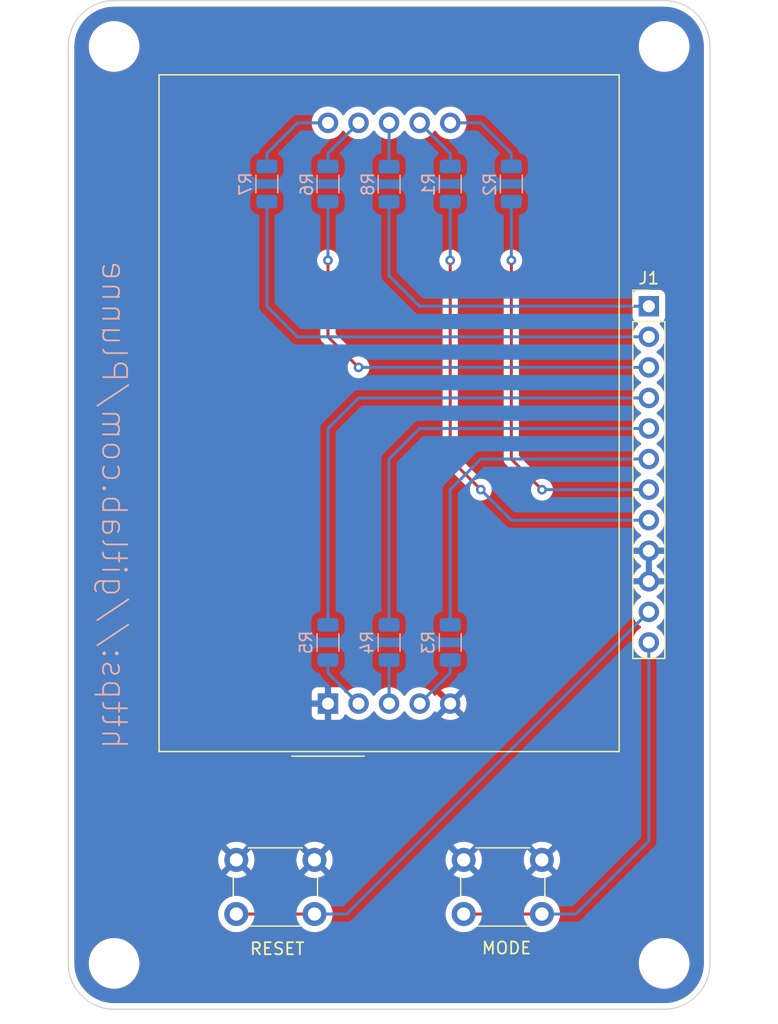
<source format=kicad_pcb>
(kicad_pcb (version 20211014) (generator pcbnew)
  (layers (0 "F.Cu" signal) (31 "B.Cu" signal) (34 "B.Paste" user) (35 "F.Paste" user) (36 "B.SilkS" user "B.Silkscreen") (37 "F.SilkS" user "F.Silkscreen") (38 "B.Mask" user) (39 "F.Mask" user) (44 "Edge.Cuts" user))
  (net 0 "")
  (net 1 "/AFF_DOT")
  (net 2 "/AFF_G")
  (net 3 "/AFF_F")
  (net 4 "/AFF_E")
  (net 5 "/AFF_D")
  (net 6 "/AFF_C")
  (net 7 "/AFF_B")
  (net 8 "/AFF_A")
  (net 9 "GND")
  (net 10 "/BOX_RST")
  (net 11 "/BOX_MODE")
  (net 12 "Net-(R1-Pad2)")
  (net 13 "Net-(R2-Pad2)")
  (net 14 "Net-(R3-Pad2)")
  (net 15 "Net-(R4-Pad2)")
  (net 16 "Net-(R5-Pad2)")
  (net 17 "Net-(R6-Pad2)")
  (net 18 "Net-(R7-Pad2)")
  (net 19 "Net-(R8-Pad2)")
  (footprint "Button_Switch_THT:SW_PUSH_6mm" (layer "F.Cu") (at 99.06 124.17 180)
    (fp_text reference "SW2" hide)
    (fp_text value "SW_Push")
    (fp_line (start 6.75 3) (end 6.75 1.5) (layer "F.SilkS") (width 0.12))
    (fp_line (start 1 5.5) (end 5.5 5.5) (layer "F.SilkS") (width 0.12))
    (fp_line (start -0.25 1.5) (end -0.25 3) (layer "F.SilkS") (width 0.12))
    (fp_line (start 5.5 -1) (end 1 -1) (layer "F.SilkS") (width 0.12))
    (pad "1" thru_hole circle (at 6.5 0 270) (size 2 2) (drill 1.1) (layers *.Cu *.Mask) (net 11 "/BOX_MODE"))
    (pad "1" thru_hole circle (at 0 0 270) (size 2 2) (drill 1.1) (layers *.Cu *.Mask) (net 11 "/BOX_MODE"))
    (pad "2" thru_hole circle (at 0 4.5 270) (size 2 2) (drill 1.1) (layers *.Cu *.Mask) (net 9 "GND"))
    (pad "2" thru_hole circle (at 6.5 4.5 270) (size 2 2) (drill 1.1) (layers *.Cu *.Mask) (net 9 "GND"))
  )
  (footprint "MountingHole:MountingHole_3.2mm_M3" (layer "F.Cu") (at 109.22 128.27)
    (fp_text reference "REF**" hide)
    (fp_text value "MountingHole_3.2mm_M3")
    (pad "" np_thru_hole circle (at 0 0) (size 3.2 3.2) (drill 3.2) (layers *.Cu *.Mask))
  )
  (footprint "MountingHole:MountingHole_3.2mm_M3" (layer "F.Cu") (at 63.5 128.27)
    (fp_text reference "REF**" hide)
    (fp_text value "MountingHole_3.2mm_M3")
    (pad "" np_thru_hole circle (at 0 0) (size 3.2 3.2) (drill 3.2) (layers *.Cu *.Mask))
  )
  (footprint "Connector_PinHeader_2.54mm:PinHeader_1x12_P2.54mm_Vertical" (layer "F.Cu") (at 107.95 73.66)
    (fp_text reference "J1" (at 0 -2.33) (layer "F.SilkS"))
    (fp_text value "Conn_01x12_Male")
    (fp_line (start -1.33 1.27) (end -1.33 29.27) (layer "F.SilkS") (width 0.12))
    (fp_line (start 1.33 1.27) (end 1.33 29.27) (layer "F.SilkS") (width 0.12))
    (fp_line (start -1.33 0) (end -1.33 -1.33) (layer "F.SilkS") (width 0.12))
    (fp_line (start -1.33 29.27) (end 1.33 29.27) (layer "F.SilkS") (width 0.12))
    (fp_line (start -1.33 -1.33) (end 0 -1.33) (layer "F.SilkS") (width 0.12))
    (fp_line (start -1.33 1.27) (end 1.33 1.27) (layer "F.SilkS") (width 0.12))
    (pad "1" thru_hole rect (at 0 0) (size 1.7 1.7) (drill 1) (layers *.Cu *.Mask) (net 1 "/AFF_DOT"))
    (pad "2" thru_hole oval (at 0 2.54) (size 1.7 1.7) (drill 1) (layers *.Cu *.Mask) (net 2 "/AFF_G"))
    (pad "3" thru_hole oval (at 0 5.08) (size 1.7 1.7) (drill 1) (layers *.Cu *.Mask) (net 3 "/AFF_F"))
    (pad "4" thru_hole oval (at 0 7.62) (size 1.7 1.7) (drill 1) (layers *.Cu *.Mask) (net 4 "/AFF_E"))
    (pad "5" thru_hole oval (at 0 10.16) (size 1.7 1.7) (drill 1) (layers *.Cu *.Mask) (net 5 "/AFF_D"))
    (pad "6" thru_hole oval (at 0 12.7) (size 1.7 1.7) (drill 1) (layers *.Cu *.Mask) (net 6 "/AFF_C"))
    (pad "7" thru_hole oval (at 0 15.24) (size 1.7 1.7) (drill 1) (layers *.Cu *.Mask) (net 7 "/AFF_B"))
    (pad "8" thru_hole oval (at 0 17.78) (size 1.7 1.7) (drill 1) (layers *.Cu *.Mask) (net 8 "/AFF_A"))
    (pad "9" thru_hole oval (at 0 20.32) (size 1.7 1.7) (drill 1) (layers *.Cu *.Mask) (net 9 "GND"))
    (pad "10" thru_hole oval (at 0 22.86) (size 1.7 1.7) (drill 1) (layers *.Cu *.Mask) (net 9 "GND"))
    (pad "11" thru_hole oval (at 0 25.4) (size 1.7 1.7) (drill 1) (layers *.Cu *.Mask) (net 10 "/BOX_RST"))
    (pad "12" thru_hole oval (at 0 27.94) (size 1.7 1.7) (drill 1) (layers *.Cu *.Mask) (net 11 "/BOX_MODE"))
  )
  (footprint "MountingHole:MountingHole_3.2mm_M3" (layer "F.Cu") (at 109.22 52.07)
    (fp_text reference "REF**" hide)
    (fp_text value "MountingHole_3.2mm_M3")
    (pad "" np_thru_hole circle (at 0 0) (size 3.2 3.2) (drill 3.2) (layers *.Cu *.Mask))
  )
  (footprint "Display_7Segment:SBC18-11SURKCGKWA" (layer "F.Cu") (at 81.28 106.68 90)
    (fp_text reference "U1" hide)
    (fp_text value "SBC18-11SURKCGKWA")
    (fp_line (start -3.99 24.2) (end -3.99 -14.04) (layer "F.SilkS") (width 0.12))
    (fp_line (start -4.37 -3) (end -4.37 3) (layer "F.SilkS") (width 0.12))
    (fp_line (start 52.25 -14.04) (end 52.25 24.2) (layer "F.SilkS") (width 0.12))
    (fp_line (start -3.99 -14.04) (end 52.25 -14.04) (layer "F.SilkS") (width 0.12))
    (fp_line (start 52.25 24.2) (end -3.99 24.2) (layer "F.SilkS") (width 0.12))
    (pad "1" thru_hole rect (at 0 0 90) (size 1.7 1.7) (drill 1) (layers *.Cu *.Mask) (net 9 "GND"))
    (pad "2" thru_hole circle (at 0 2.54 90) (size 1.7 1.7) (drill 1) (layers *.Cu *.Mask) (net 16 "Net-(R5-Pad2)"))
    (pad "3" thru_hole circle (at 0 5.08 90) (size 1.7 1.7) (drill 1) (layers *.Cu *.Mask) (net 15 "Net-(R4-Pad2)"))
    (pad "4" thru_hole circle (at 0 7.62 90) (size 1.7 1.7) (drill 1) (layers *.Cu *.Mask) (net 14 "Net-(R3-Pad2)"))
    (pad "5" thru_hole circle (at 0 10.16 90) (size 1.7 1.7) (drill 1) (layers *.Cu *.Mask) (net 9 "GND"))
    (pad "6" thru_hole circle (at 48.26 10.16 90) (size 1.7 1.7) (drill 1) (layers *.Cu *.Mask) (net 13 "Net-(R2-Pad2)"))
    (pad "7" thru_hole circle (at 48.26 7.62 90) (size 1.7 1.7) (drill 1) (layers *.Cu *.Mask) (net 12 "Net-(R1-Pad2)"))
    (pad "8" thru_hole circle (at 48.26 5.08 90) (size 1.7 1.7) (drill 1) (layers *.Cu *.Mask) (net 19 "Net-(R8-Pad2)"))
    (pad "9" thru_hole circle (at 48.26 2.54 90) (size 1.7 1.7) (drill 1) (layers *.Cu *.Mask) (net 17 "Net-(R6-Pad2)"))
    (pad "10" thru_hole circle (at 48.26 0 90) (size 1.7 1.7) (drill 1) (layers *.Cu *.Mask) (net 18 "Net-(R7-Pad2)"))
  )
  (footprint "MountingHole:MountingHole_3.2mm_M3" (layer "F.Cu") (at 63.5 52.07)
    (fp_text reference "REF**" hide)
    (fp_text value "MountingHole_3.2mm_M3")
    (pad "" np_thru_hole circle (at 0 0) (size 3.2 3.2) (drill 3.2) (layers *.Cu *.Mask))
  )
  (footprint "Button_Switch_THT:SW_PUSH_6mm" (layer "F.Cu") (at 80.16 124.17 180)
    (fp_text reference "SW1" hide)
    (fp_text value "SW_Push")
    (fp_line (start 1 5.5) (end 5.5 5.5) (layer "F.SilkS") (width 0.12))
    (fp_line (start -0.25 1.5) (end -0.25 3) (layer "F.SilkS") (width 0.12))
    (fp_line (start 6.75 3) (end 6.75 1.5) (layer "F.SilkS") (width 0.12))
    (fp_line (start 5.5 -1) (end 1 -1) (layer "F.SilkS") (width 0.12))
    (pad "1" thru_hole circle (at 6.5 0 270) (size 2 2) (drill 1.1) (layers *.Cu *.Mask) (net 10 "/BOX_RST"))
    (pad "1" thru_hole circle (at 0 0 270) (size 2 2) (drill 1.1) (layers *.Cu *.Mask) (net 10 "/BOX_RST"))
    (pad "2" thru_hole circle (at 6.5 4.5 270) (size 2 2) (drill 1.1) (layers *.Cu *.Mask) (net 9 "GND"))
    (pad "2" thru_hole circle (at 0 4.5 270) (size 2 2) (drill 1.1) (layers *.Cu *.Mask) (net 9 "GND"))
  )
  (footprint "Resistor_SMD:R_1206_3216Metric" (layer "B.Cu") (at 91.44 63.5 90)
    (fp_text reference "R1" (at -0.03489 -1.80033 90) (layer "B.SilkS") (effects (justify mirror)))
    (fp_text value "220")
    (fp_line (start -0.727064 -0.91) (end 0.727064 -0.91) (layer "B.SilkS") (width 0.12))
    (fp_line (start -0.727064 0.91) (end 0.727064 0.91) (layer "B.SilkS") (width 0.12))
    (pad "1" smd roundrect (at -1.4625 0 90) (size 1.125 1.75) (layers "B.Cu" "B.Paste" "B.Mask") (roundrect_rratio 0.2222222222) (net 8 "/AFF_A"))
    (pad "2" smd roundrect (at 1.4625 0 90) (size 1.125 1.75) (layers "B.Cu" "B.Paste" "B.Mask") (roundrect_rratio 0.2222222222) (net 12 "Net-(R1-Pad2)"))
  )
  (footprint "Resistor_SMD:R_1206_3216Metric" (layer "B.Cu") (at 81.28 63.5 90)
    (fp_text reference "R6" (at -0.03489 -1.758462 90) (layer "B.SilkS") (effects (justify mirror)))
    (fp_text value "220")
    (fp_line (start -0.727064 0.91) (end 0.727064 0.91) (layer "B.SilkS") (width 0.12))
    (fp_line (start -0.727064 -0.91) (end 0.727064 -0.91) (layer "B.SilkS") (width 0.12))
    (pad "1" smd roundrect (at -1.4625 0 90) (size 1.125 1.75) (layers "B.Cu" "B.Paste" "B.Mask") (roundrect_rratio 0.2222222222) (net 3 "/AFF_F"))
    (pad "2" smd roundrect (at 1.4625 0 90) (size 1.125 1.75) (layers "B.Cu" "B.Paste" "B.Mask") (roundrect_rratio 0.2222222222) (net 17 "Net-(R6-Pad2)"))
  )
  (footprint "Resistor_SMD:R_1206_3216Metric" (layer "B.Cu") (at 76.2 63.5 90)
    (fp_text reference "R7" (at 0.000001 -1.772418 90) (layer "B.SilkS") (effects (justify mirror)))
    (fp_text value "220")
    (fp_line (start -0.727064 -0.91) (end 0.727064 -0.91) (layer "B.SilkS") (width 0.12))
    (fp_line (start -0.727064 0.91) (end 0.727064 0.91) (layer "B.SilkS") (width 0.12))
    (pad "1" smd roundrect (at -1.4625 0 90) (size 1.125 1.75) (layers "B.Cu" "B.Paste" "B.Mask") (roundrect_rratio 0.2222222222) (net 2 "/AFF_G"))
    (pad "2" smd roundrect (at 1.4625 0 90) (size 1.125 1.75) (layers "B.Cu" "B.Paste" "B.Mask") (roundrect_rratio 0.2222222222) (net 18 "Net-(R7-Pad2)"))
  )
  (footprint "Resistor_SMD:R_1206_3216Metric" (layer "B.Cu") (at 86.36 101.6 -90)
    (fp_text reference "R4" (at 0 1.82 90) (layer "B.SilkS") (effects (justify mirror)))
    (fp_text value "220")
    (fp_line (start -0.727064 0.91) (end 0.727064 0.91) (layer "B.SilkS") (width 0.12))
    (fp_line (start -0.727064 -0.91) (end 0.727064 -0.91) (layer "B.SilkS") (width 0.12))
    (pad "1" smd roundrect (at -1.4625 0 270) (size 1.125 1.75) (layers "B.Cu" "B.Paste" "B.Mask") (roundrect_rratio 0.2222222222) (net 5 "/AFF_D"))
    (pad "2" smd roundrect (at 1.4625 0 270) (size 1.125 1.75) (layers "B.Cu" "B.Paste" "B.Mask") (roundrect_rratio 0.2222222222) (net 15 "Net-(R4-Pad2)"))
  )
  (footprint "Resistor_SMD:R_1206_3216Metric" (layer "B.Cu") (at 86.36 63.51684 90)
    (fp_text reference "R8" (at -0.00463 -1.760609 90) (layer "B.SilkS") (effects (justify mirror)))
    (fp_text value "220")
    (fp_line (start -0.727064 0.91) (end 0.727064 0.91) (layer "B.SilkS") (width 0.12))
    (fp_line (start -0.727064 -0.91) (end 0.727064 -0.91) (layer "B.SilkS") (width 0.12))
    (pad "1" smd roundrect (at -1.4625 0 90) (size 1.125 1.75) (layers "B.Cu" "B.Paste" "B.Mask") (roundrect_rratio 0.2222222222) (net 1 "/AFF_DOT"))
    (pad "2" smd roundrect (at 1.4625 0 90) (size 1.125 1.75) (layers "B.Cu" "B.Paste" "B.Mask") (roundrect_rratio 0.2222222222) (net 19 "Net-(R8-Pad2)"))
  )
  (footprint "Resistor_SMD:R_1206_3216Metric" (layer "B.Cu") (at 91.44 101.6 -90)
    (fp_text reference "R3" (at 0 1.82 90) (layer "B.SilkS") (effects (justify mirror)))
    (fp_text value "220")
    (fp_line (start -0.727064 0.91) (end 0.727064 0.91) (layer "B.SilkS") (width 0.12))
    (fp_line (start -0.727064 -0.91) (end 0.727064 -0.91) (layer "B.SilkS") (width 0.12))
    (pad "1" smd roundrect (at -1.4625 0 270) (size 1.125 1.75) (layers "B.Cu" "B.Paste" "B.Mask") (roundrect_rratio 0.2222222222) (net 6 "/AFF_C"))
    (pad "2" smd roundrect (at 1.4625 0 270) (size 1.125 1.75) (layers "B.Cu" "B.Paste" "B.Mask") (roundrect_rratio 0.2222222222) (net 14 "Net-(R3-Pad2)"))
  )
  (footprint "Resistor_SMD:R_1206_3216Metric" (layer "B.Cu") (at 81.28 101.6 -90)
    (fp_text reference "R5" (at 0 1.82 90) (layer "B.SilkS") (effects (justify mirror)))
    (fp_text value "220")
    (fp_line (start -0.727064 0.91) (end 0.727064 0.91) (layer "B.SilkS") (width 0.12))
    (fp_line (start -0.727064 -0.91) (end 0.727064 -0.91) (layer "B.SilkS") (width 0.12))
    (pad "1" smd roundrect (at -1.4625 0 270) (size 1.125 1.75) (layers "B.Cu" "B.Paste" "B.Mask") (roundrect_rratio 0.2222222222) (net 4 "/AFF_E"))
    (pad "2" smd roundrect (at 1.4625 0 270) (size 1.125 1.75) (layers "B.Cu" "B.Paste" "B.Mask") (roundrect_rratio 0.2222222222) (net 16 "Net-(R5-Pad2)"))
  )
  (footprint "Resistor_SMD:R_1206_3216Metric" (layer "B.Cu") (at 96.52 63.5 90)
    (fp_text reference "R2" (at -0.03489 -1.786374 90) (layer "B.SilkS") (effects (justify mirror)))
    (fp_text value "220")
    (fp_line (start -0.727064 0.91) (end 0.727064 0.91) (layer "B.SilkS") (width 0.12))
    (fp_line (start -0.727064 -0.91) (end 0.727064 -0.91) (layer "B.SilkS") (width 0.12))
    (pad "1" smd roundrect (at -1.4625 0 90) (size 1.125 1.75) (layers "B.Cu" "B.Paste" "B.Mask") (roundrect_rratio 0.2222222222) (net 7 "/AFF_B"))
    (pad "2" smd roundrect (at 1.4625 0 90) (size 1.125 1.75) (layers "B.Cu" "B.Paste" "B.Mask") (roundrect_rratio 0.2222222222) (net 13 "Net-(R2-Pad2)"))
  )
  (gr_line (start 63.5 48.26) (end 109.22 48.26) (layer "Edge.Cuts") (width 0.1))
  (gr_arc (start 59.69 52.07) (mid 60.805923 49.375923) (end 63.5 48.26) (layer "Edge.Cuts") (width 0.1))
  (gr_line (start 113.03 52.07) (end 113.03 128.27) (layer "Edge.Cuts") (width 0.1))
  (gr_line (start 59.69 128.27) (end 59.69 52.07) (layer "Edge.Cuts") (width 0.1))
  (gr_arc (start 109.22 48.26) (mid 111.914077 49.375923) (end 113.03 52.07) (layer "Edge.Cuts") (width 0.1))
  (gr_arc (start 63.5 132.08) (mid 60.805923 130.964077) (end 59.69 128.27) (layer "Edge.Cuts") (width 0.1))
  (gr_arc (start 113.03 128.27) (mid 111.914077 130.964077) (end 109.22 132.08) (layer "Edge.Cuts") (width 0.1))
  (gr_line (start 109.22 132.08) (end 63.5 132.08) (layer "Edge.Cuts") (width 0.1))
  (gr_text "https://gitlab.com/Plunne" (at 63.5 90.17 270) (layer "B.SilkS") (effects (font (size 2 2)) (justify mirror)))
  (gr_text "RESET" (at 77.065274 127.055824) (layer "F.SilkS") (effects (font (size 1 1))))
  (gr_text "MODE" (at 93.98 127) (layer "F.SilkS") (effects (font (size 1 1)) (justify left)))
  (segment (start 88.91 73.67) (end 88.92 73.66) (width 0.25) (layer "B.Cu") (net 1))
  (segment (start 88.92 73.66) (end 107.95 73.66) (width 0.25) (layer "B.Cu") (net 1))
  (segment (start 88.91 73.67) (end 86.36 71.12) (width 0.25) (layer "B.Cu") (net 1))
  (segment (start 86.36 71.12) (end 86.36 64.97934) (width 0.25) (layer "B.Cu") (net 1))
  (segment (start 76.2 73.66) (end 76.2 64.9625) (width 0.25) (layer "B.Cu") (net 2))
  (segment (start 78.75 76.21) (end 76.2 73.66) (width 0.25) (layer "B.Cu") (net 2))
  (segment (start 78.75 76.21) (end 78.76 76.2) (width 0.25) (layer "B.Cu") (net 2))
  (segment (start 78.76 76.2) (end 107.95 76.2) (width 0.25) (layer "B.Cu") (net 2))
  (segment (start 81.28 69.85) (end 81.28 76.2) (width 0.25) (layer "F.Cu") (net 3))
  (segment (start 81.28 76.2) (end 83.82 78.74) (width 0.25) (layer "F.Cu") (net 3))
  (via (at 83.82 78.74) (size 0.8) (drill 0.4) (layers "F.Cu" "B.Cu") (net 3))
  (via (at 81.28 69.85) (size 0.8) (drill 0.4) (layers "F.Cu" "B.Cu") (net 3))
  (segment (start 83.82 78.74) (end 107.95 78.74) (width 0.25) (layer "B.Cu") (net 3))
  (segment (start 81.28 64.9625) (end 81.28 69.85) (width 0.25) (layer "B.Cu") (net 3))
  (segment (start 81.28 100.1375) (end 81.28 83.82) (width 0.25) (layer "B.Cu") (net 4))
  (segment (start 83.82 81.28) (end 107.95 81.28) (width 0.25) (layer "B.Cu") (net 4))
  (segment (start 81.28 83.82) (end 83.82 81.28) (width 0.25) (layer "B.Cu") (net 4))
  (segment (start 86.36 86.36) (end 88.9 83.82) (width 0.25) (layer "B.Cu") (net 5))
  (segment (start 88.9 83.82) (end 107.95 83.82) (width 0.25) (layer "B.Cu") (net 5))
  (segment (start 86.36 100.1375) (end 86.36 86.36) (width 0.25) (layer "B.Cu") (net 5))
  (segment (start 93.98 86.36) (end 107.95 86.36) (width 0.25) (layer "B.Cu") (net 6))
  (segment (start 91.44 100.1375) (end 91.44 88.9) (width 0.25) (layer "B.Cu") (net 6))
  (segment (start 91.44 88.9) (end 93.98 86.36) (width 0.25) (layer "B.Cu") (net 6))
  (segment (start 96.52 86.36) (end 96.52 69.85) (width 0.25) (layer "F.Cu") (net 7))
  (segment (start 99.07 88.91) (end 96.52 86.36) (width 0.25) (layer "F.Cu") (net 7))
  (via (at 99.07 88.91) (size 0.8) (drill 0.4) (layers "F.Cu" "B.Cu") (net 7))
  (via (at 96.52 69.85) (size 0.8) (drill 0.4) (layers "F.Cu" "B.Cu") (net 7))
  (segment (start 99.07 88.91) (end 99.08 88.9) (width 0.25) (layer "B.Cu") (net 7))
  (segment (start 99.08 88.9) (end 107.95 88.9) (width 0.25) (layer "B.Cu") (net 7))
  (segment (start 96.52 69.85) (end 96.52 64.9625) (width 0.25) (layer "B.Cu") (net 7))
  (segment (start 91.44 86.36) (end 93.98 88.9) (width 0.25) (layer "F.Cu") (net 8))
  (segment (start 91.44 69.85) (end 91.44 86.36) (width 0.25) (layer "F.Cu") (net 8))
  (via (at 91.44 69.85) (size 0.8) (drill 0.4) (layers "F.Cu" "B.Cu") (net 8))
  (via (at 93.98 88.9) (size 0.8) (drill 0.4) (layers "F.Cu" "B.Cu") (net 8))
  (segment (start 96.53 91.45) (end 96.54 91.44) (width 0.25) (layer "B.Cu") (net 8))
  (segment (start 91.44 64.9625) (end 91.44 69.85) (width 0.25) (layer "B.Cu") (net 8))
  (segment (start 93.98 88.9) (end 96.53 91.45) (width 0.25) (layer "B.Cu") (net 8))
  (segment (start 96.54 91.44) (end 107.95 91.44) (width 0.25) (layer "B.Cu") (net 8))
  (segment (start 80.16 124.17) (end 73.66 124.17) (width 0.25) (layer "F.Cu") (net 10))
  (segment (start 82.84 124.17) (end 80.16 124.17) (width 0.25) (layer "B.Cu") (net 10))
  (segment (start 107.95 99.06) (end 82.84 124.17) (width 0.25) (layer "B.Cu") (net 10))
  (segment (start 99.06 124.17) (end 92.56 124.17) (width 0.25) (layer "F.Cu") (net 11))
  (segment (start 99.06 124.17) (end 101.89 124.17) (width 0.25) (layer "B.Cu") (net 11))
  (segment (start 101.89 124.17) (end 107.95 118.11) (width 0.25) (layer "B.Cu") (net 11))
  (segment (start 107.95 118.11) (end 107.95 101.6) (width 0.25) (layer "B.Cu") (net 11))
  (segment (start 91.44 60.96) (end 91.44 62.0375) (width 0.25) (layer "B.Cu") (net 12))
  (segment (start 88.9 58.42) (end 91.44 60.96) (width 0.25) (layer "B.Cu") (net 12))
  (segment (start 93.98 58.42) (end 96.52 60.96) (width 0.25) (layer "B.Cu") (net 13))
  (segment (start 96.52 60.96) (end 96.52 62.0375) (width 0.25) (layer "B.Cu") (net 13))
  (segment (start 91.44 58.42) (end 93.98 58.42) (width 0.25) (layer "B.Cu") (net 13))
  (segment (start 91.44 104.14) (end 91.44 103.0625) (width 0.25) (layer "B.Cu") (net 14))
  (segment (start 88.9 106.68) (end 91.44 104.14) (width 0.25) (layer "B.Cu") (net 14))
  (segment (start 86.36 106.68) (end 86.36 103.0625) (width 0.25) (layer "B.Cu") (net 15))
  (segment (start 81.28 103.0625) (end 81.28 104.14) (width 0.25) (layer "B.Cu") (net 16))
  (segment (start 81.28 104.14) (end 83.82 106.68) (width 0.25) (layer "B.Cu") (net 16))
  (segment (start 81.28 60.96) (end 81.28 62.0375) (width 0.25) (layer "B.Cu") (net 17))
  (segment (start 83.82 58.42) (end 81.28 60.96) (width 0.25) (layer "B.Cu") (net 17))
  (segment (start 76.2 60.96) (end 76.2 62.0375) (width 0.25) (layer "B.Cu") (net 18))
  (segment (start 81.28 58.42) (end 78.74 58.42) (width 0.25) (layer "B.Cu") (net 18))
  (segment (start 78.74 58.42) (end 76.2 60.96) (width 0.25) (layer "B.Cu") (net 18))
  (segment (start 86.36 58.42) (end 86.36 62.05434) (width 0.25) (layer "B.Cu") (net 19))
  (zone (net 9) (net_name "GND") (layer "F.Cu") (connect_pads (clearance 0.508)) (min_thickness 0.254) (fill yes (thermal_gap 0.508) (thermal_bridge_width 0.508))
    (polygon (pts (xy 113.03 132.08) (xy 59.69 132.08) (xy 59.69 48.26) (xy 113.03 48.26)))
  )
  (zone (net 9) (net_name "GND") (layer "B.Cu") (connect_pads (clearance 0.508)) (min_thickness 0.254) (fill yes (thermal_gap 0.508) (thermal_bridge_width 0.508))
    (polygon (pts (xy 113.03 132.08) (xy 59.69 132.08) (xy 59.69 48.26) (xy 113.03 48.26)))
  )
)
</source>
